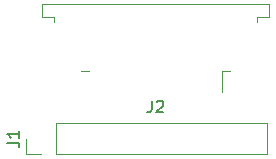
<source format=gto>
G04 #@! TF.GenerationSoftware,KiCad,Pcbnew,(5.0.2)-1*
G04 #@! TF.CreationDate,2019-03-19T11:40:13-04:00*
G04 #@! TF.ProjectId,MotorBreakout,4d6f746f-7242-4726-9561-6b6f75742e6b,rev?*
G04 #@! TF.SameCoordinates,Original*
G04 #@! TF.FileFunction,Legend,Top*
G04 #@! TF.FilePolarity,Positive*
%FSLAX46Y46*%
G04 Gerber Fmt 4.6, Leading zero omitted, Abs format (unit mm)*
G04 Created by KiCad (PCBNEW (5.0.2)-1) date 2019-03-19 11:40:13 AM*
%MOMM*%
%LPD*%
G01*
G04 APERTURE LIST*
%ADD10C,0.120000*%
%ADD11C,0.150000*%
G04 APERTURE END LIST*
D10*
G04 #@! TO.C,J2*
X123021563Y-76511781D02*
X123021563Y-76081781D01*
X123021563Y-76081781D02*
X121996563Y-76081781D01*
X121996563Y-76081781D02*
X121996563Y-74951781D01*
X121996563Y-74951781D02*
X141156563Y-74951781D01*
X141156563Y-74951781D02*
X141156563Y-76081781D01*
X141156563Y-76081781D02*
X140131563Y-76081781D01*
X140131563Y-76081781D02*
X140131563Y-76511781D01*
X137866563Y-80591781D02*
X137241563Y-80591781D01*
X137241563Y-80591781D02*
X137241563Y-82391781D01*
X125911563Y-80591781D02*
X125286563Y-80591781D01*
G04 #@! TO.C,J1*
X141030000Y-87690000D02*
X141030000Y-85030000D01*
X123190000Y-87690000D02*
X141030000Y-87690000D01*
X123190000Y-85030000D02*
X141030000Y-85030000D01*
X123190000Y-87690000D02*
X123190000Y-85030000D01*
X121920000Y-87690000D02*
X120590000Y-87690000D01*
X120590000Y-87690000D02*
X120590000Y-86360000D01*
G04 #@! TO.C,J2*
D11*
X131243229Y-83124161D02*
X131243229Y-83838447D01*
X131195610Y-83981304D01*
X131100372Y-84076542D01*
X130957515Y-84124161D01*
X130862277Y-84124161D01*
X131671801Y-83219400D02*
X131719420Y-83171781D01*
X131814658Y-83124161D01*
X132052753Y-83124161D01*
X132147991Y-83171781D01*
X132195610Y-83219400D01*
X132243229Y-83314638D01*
X132243229Y-83409876D01*
X132195610Y-83552733D01*
X131624182Y-84124161D01*
X132243229Y-84124161D01*
G04 #@! TO.C,J1*
X119042380Y-86693333D02*
X119756666Y-86693333D01*
X119899523Y-86740952D01*
X119994761Y-86836190D01*
X120042380Y-86979047D01*
X120042380Y-87074285D01*
X120042380Y-85693333D02*
X120042380Y-86264761D01*
X120042380Y-85979047D02*
X119042380Y-85979047D01*
X119185238Y-86074285D01*
X119280476Y-86169523D01*
X119328095Y-86264761D01*
G04 #@! TD*
M02*

</source>
